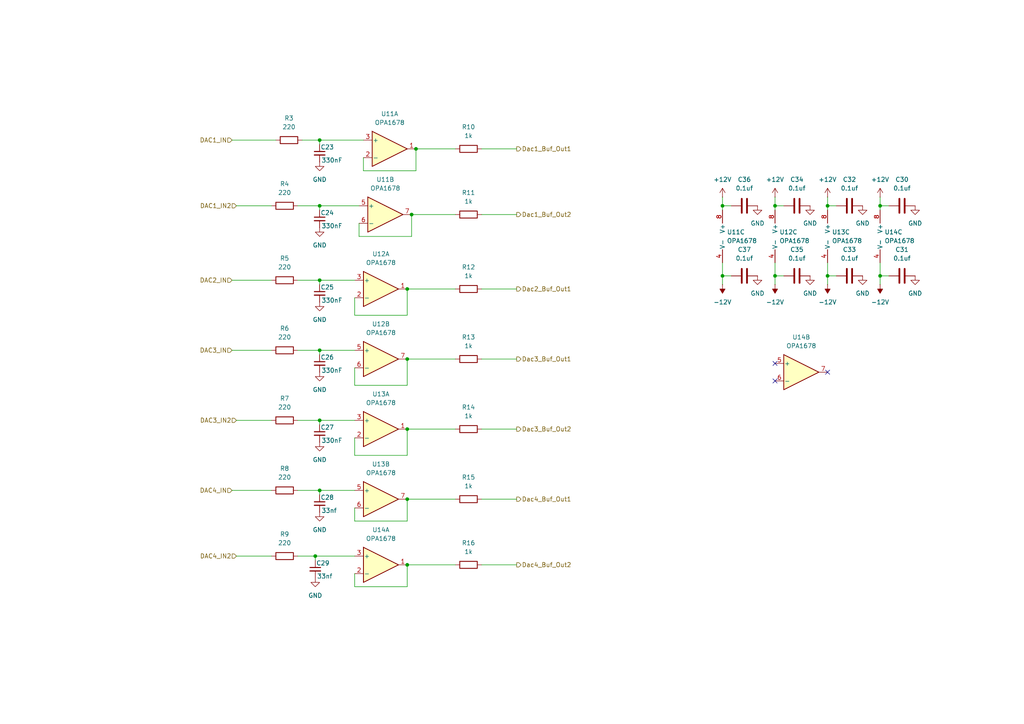
<source format=kicad_sch>
(kicad_sch (version 20250114) (generator "eeschema") (generator_version "9.0")
  (paper "A4")
  (lib_symbols
    (symbol "Amplifier_Operational:OPA1678" (pin_names (offset 0.127))
      (property "Reference" "U" (at 0 5.08 0))
      (property "Value" "OPA1678" (at 0 -5.08 0))
      (symbol "OPA1678_1_1"
        (polyline (pts (xy -5.08 5.08) (xy 5.08 0) (xy -5.08 -5.08) (xy -5.08 5.08)) (stroke (width 0.254)) (fill (type background)))
        (pin input line (at -7.62 2.54 0) (length 2.54) (name "+") (number "3"))
        (pin input line (at -7.62 -2.54 0) (length 2.54) (name "-") (number "2"))
        (pin output line (at 7.62 0 180) (length 2.54) (name "~") (number "1"))
      )
      (symbol "OPA1678_2_1"
        (polyline (pts (xy -5.08 5.08) (xy 5.08 0) (xy -5.08 -5.08) (xy -5.08 5.08)) (stroke (width 0.254)) (fill (type background)))
        (pin input line (at -7.62 2.54 0) (length 2.54) (name "+") (number "5"))
        (pin input line (at -7.62 -2.54 0) (length 2.54) (name "-") (number "6"))
        (pin output line (at 7.62 0 180) (length 2.54) (name "~") (number "7"))
      )
      (symbol "OPA1678_3_1"
        (pin power_in line (at -2.54 7.62 270) (length 3.81) (name "V+") (number "8"))
        (pin power_in line (at -2.54 -7.62 90) (length 3.81) (name "V-") (number "4"))
      )
    )
    (symbol "Device:C" (pin_numbers (hide yes)) (pin_names (offset 0.254))
      (property "Reference" "C" (at 0.635 2.54 0))
      (property "Value" "C" (at 0.635 -2.54 0))
      (symbol "C_0_1"
        (polyline (pts (xy -2.032 0.762) (xy 2.032 0.762)) (stroke (width 0.508)))
        (polyline (pts (xy -2.032 -0.762) (xy 2.032 -0.762)) (stroke (width 0.508)))
      )
      (symbol "C_1_1"
        (pin passive line (at 0 3.81 270) (length 2.794) (name "~") (number "1"))
        (pin passive line (at 0 -3.81 90) (length 2.794) (name "~") (number "2"))
      )
    )
    (symbol "Device:C_Small" (pin_numbers (hide yes)) (pin_names (offset 0.254) (hide yes))
      (property "Reference" "C" (at 0.254 1.778 0))
      (property "Value" "C_Small" (at 0.254 -2.032 0))
      (symbol "C_Small_0_1"
        (polyline (pts (xy -1.524 0.508) (xy 1.524 0.508)) (stroke (width 0.3048)))
        (polyline (pts (xy -1.524 -0.508) (xy 1.524 -0.508)) (stroke (width 0.3302)))
      )
      (symbol "C_Small_1_1"
        (pin passive line (at 0 2.54 270) (length 2.032) (name "~") (number "1"))
        (pin passive line (at 0 -2.54 90) (length 2.032) (name "~") (number "2"))
      )
    )
    (symbol "Device:R" (pin_numbers (hide yes)) (pin_names (offset 0))
      (property "Reference" "R" (at 2.032 0 90))
      (property "Value" "R" (at 0 0 90))
      (symbol "R_0_1"
        (rectangle (start -1.016 -2.54) (end 1.016 2.54) (stroke (width 0.254)))
      )
      (symbol "R_1_1"
        (pin passive line (at 0 3.81 270) (length 1.27) (name "~") (number "1"))
        (pin passive line (at 0 -3.81 90) (length 1.27) (name "~") (number "2"))
      )
    )
    (symbol "power:+12V" (power) (pin_numbers (hide yes)) (pin_names (offset 0) (hide yes))
      (property "Value" "+12V" (at 0 3.556 0))
      (symbol "+12V_0_1"
        (polyline (pts (xy -0.762 1.27) (xy 0 2.54)))
        (polyline (pts (xy 0 2.54) (xy 0.762 1.27)))
        (polyline (pts (xy 0 0) (xy 0 2.54)))
      )
      (symbol "+12V_1_1"
        (pin power_in line (at 0 0 90) (length 0) (name "~") (number "1"))
      )
    )
    (symbol "power:-12V" (power) (pin_numbers (hide yes)) (pin_names (offset 0) (hide yes))
      (property "Value" "-12V" (at 0 3.556 0))
      (symbol "-12V_0_0"
        (pin power_in line (at 0 0 90) (length 0) (name "~") (number "1"))
      )
      (symbol "-12V_0_1"
        (polyline (pts (xy 0 0) (xy 0 1.27) (xy 0.762 1.27) (xy 0 2.54) (xy -0.762 1.27) (xy 0 1.27)) (fill (type outline)))
      )
    )
    (symbol "power:GND" (power) (pin_numbers (hide yes)) (pin_names (offset 0) (hide yes))
      (property "Value" "GND" (at 0 -3.81 0))
      (symbol "GND_0_1"
        (polyline (pts (xy 0 0) (xy 0 -1.27) (xy 1.27 -1.27) (xy 0 -2.54) (xy -1.27 -1.27) (xy 0 -1.27)))
      )
      (symbol "GND_1_1"
        (pin power_in line (at 0 0 270) (length 0) (name "~") (number "1"))
      )
    )
  )
  (junction (at 120.65 43.18))
  (junction (at 119.38 62.23))
  (junction (at 224.79 59.69))
  (junction (at 240.03 80.01))
  (junction (at 118.11 163.83))
  (junction (at 240.03 59.69))
  (junction (at 224.79 80.01))
  (junction (at 92.71 142.24))
  (junction (at 91.44 161.29))
  (junction (at 118.11 83.82))
  (junction (at 209.55 59.69))
  (junction (at 92.71 81.28))
  (junction (at 118.11 124.46))
  (junction (at 92.71 40.64))
  (junction (at 209.55 80.01))
  (junction (at 92.71 121.92))
  (junction (at 255.27 80.01))
  (junction (at 92.71 59.69))
  (junction (at 92.71 101.6))
  (junction (at 255.27 59.69))
  (junction (at 118.11 104.14))
  (junction (at 118.11 144.78))
  (no_connect (at 224.79 110.49))
  (no_connect (at 240.03 107.95))
  (no_connect (at 224.79 105.41))
  (wire (pts (xy 149.86 62.23) (xy 139.7 62.23)))
  (wire (pts (xy 118.11 83.82) (xy 118.11 91.44)))
  (wire (pts (xy 227.33 80.01) (xy 224.79 80.01)))
  (wire (pts (xy 92.71 41.91) (xy 92.71 40.64)))
  (wire (pts (xy 105.41 45.72) (xy 105.41 49.53)))
  (wire (pts (xy 102.87 132.08) (xy 118.11 132.08)))
  (wire (pts (xy 102.87 166.37) (xy 102.87 170.18)))
  (wire (pts (xy 118.11 163.83) (xy 118.11 170.18)))
  (wire (pts (xy 240.03 57.15) (xy 240.03 59.69)))
  (wire (pts (xy 102.87 86.36) (xy 102.87 91.44)))
  (wire (pts (xy 209.55 59.69) (xy 209.55 60.96)))
  (wire (pts (xy 149.86 144.78) (xy 139.7 144.78)))
  (wire (pts (xy 102.87 147.32) (xy 102.87 151.13)))
  (wire (pts (xy 92.71 81.28) (xy 102.87 81.28)))
  (wire (pts (xy 91.44 161.29) (xy 91.44 162.56)))
  (wire (pts (xy 86.36 121.92) (xy 92.71 121.92)))
  (wire (pts (xy 255.27 80.01) (xy 255.27 82.55)))
  (wire (pts (xy 118.11 104.14) (xy 132.08 104.14)))
  (wire (pts (xy 92.71 81.28) (xy 92.71 82.55)))
  (wire (pts (xy 102.87 170.18) (xy 118.11 170.18)))
  (wire (pts (xy 68.58 59.69) (xy 78.74 59.69)))
  (wire (pts (xy 224.79 80.01) (xy 224.79 82.55)))
  (wire (pts (xy 209.55 80.01) (xy 212.09 80.01)))
  (wire (pts (xy 102.87 151.13) (xy 118.11 151.13)))
  (wire (pts (xy 92.71 101.6) (xy 102.87 101.6)))
  (wire (pts (xy 118.11 104.14) (xy 118.11 111.76)))
  (wire (pts (xy 86.36 81.28) (xy 92.71 81.28)))
  (wire (pts (xy 119.38 62.23) (xy 132.08 62.23)))
  (wire (pts (xy 92.71 101.6) (xy 92.71 102.87)))
  (wire (pts (xy 257.81 59.69) (xy 255.27 59.69)))
  (wire (pts (xy 119.38 62.23) (xy 119.38 68.58)))
  (wire (pts (xy 102.87 106.68) (xy 102.87 111.76)))
  (wire (pts (xy 105.41 49.53) (xy 120.65 49.53)))
  (wire (pts (xy 67.31 101.6) (xy 78.74 101.6)))
  (wire (pts (xy 255.27 59.69) (xy 255.27 60.96)))
  (wire (pts (xy 209.55 57.15) (xy 209.55 59.69)))
  (wire (pts (xy 255.27 80.01) (xy 257.81 80.01)))
  (wire (pts (xy 240.03 59.69) (xy 240.03 60.96)))
  (wire (pts (xy 224.79 59.69) (xy 227.33 59.69)))
  (wire (pts (xy 118.11 124.46) (xy 118.11 132.08)))
  (wire (pts (xy 86.36 161.29) (xy 91.44 161.29)))
  (wire (pts (xy 120.65 43.18) (xy 132.08 43.18)))
  (wire (pts (xy 149.86 163.83) (xy 139.7 163.83)))
  (wire (pts (xy 92.71 59.69) (xy 104.14 59.69)))
  (wire (pts (xy 149.86 104.14) (xy 139.7 104.14)))
  (wire (pts (xy 120.65 49.53) (xy 120.65 43.18)))
  (wire (pts (xy 224.79 57.15) (xy 224.79 59.69)))
  (wire (pts (xy 86.36 142.24) (xy 92.71 142.24)))
  (wire (pts (xy 242.57 59.69) (xy 240.03 59.69)))
  (wire (pts (xy 240.03 80.01) (xy 242.57 80.01)))
  (wire (pts (xy 87.63 40.64) (xy 92.71 40.64)))
  (wire (pts (xy 92.71 142.24) (xy 102.87 142.24)))
  (wire (pts (xy 255.27 57.15) (xy 255.27 59.69)))
  (wire (pts (xy 224.79 59.69) (xy 224.79 60.96)))
  (wire (pts (xy 86.36 59.69) (xy 92.71 59.69)))
  (wire (pts (xy 67.31 142.24) (xy 78.74 142.24)))
  (wire (pts (xy 104.14 64.77) (xy 104.14 68.58)))
  (wire (pts (xy 224.79 76.2) (xy 224.79 80.01)))
  (wire (pts (xy 92.71 121.92) (xy 102.87 121.92)))
  (wire (pts (xy 102.87 127) (xy 102.87 132.08)))
  (wire (pts (xy 67.31 40.64) (xy 80.01 40.64)))
  (wire (pts (xy 209.55 76.2) (xy 209.55 80.01)))
  (wire (pts (xy 118.11 144.78) (xy 132.08 144.78)))
  (wire (pts (xy 118.11 124.46) (xy 132.08 124.46)))
  (wire (pts (xy 102.87 111.76) (xy 118.11 111.76)))
  (wire (pts (xy 209.55 80.01) (xy 209.55 82.55)))
  (wire (pts (xy 92.71 142.24) (xy 92.71 143.51)))
  (wire (pts (xy 118.11 83.82) (xy 132.08 83.82)))
  (wire (pts (xy 149.86 124.46) (xy 139.7 124.46)))
  (wire (pts (xy 149.86 43.18) (xy 139.7 43.18)))
  (wire (pts (xy 68.58 161.29) (xy 78.74 161.29)))
  (wire (pts (xy 255.27 76.2) (xy 255.27 80.01)))
  (wire (pts (xy 67.31 81.28) (xy 78.74 81.28)))
  (wire (pts (xy 86.36 101.6) (xy 92.71 101.6)))
  (wire (pts (xy 68.58 121.92) (xy 78.74 121.92)))
  (wire (pts (xy 92.71 40.64) (xy 105.41 40.64)))
  (wire (pts (xy 104.14 68.58) (xy 119.38 68.58)))
  (wire (pts (xy 209.55 59.69) (xy 212.09 59.69)))
  (wire (pts (xy 92.71 59.69) (xy 92.71 60.96)))
  (wire (pts (xy 91.44 161.29) (xy 102.87 161.29)))
  (wire (pts (xy 118.11 144.78) (xy 118.11 151.13)))
  (wire (pts (xy 118.11 163.83) (xy 132.08 163.83)))
  (wire (pts (xy 102.87 91.44) (xy 118.11 91.44)))
  (wire (pts (xy 92.71 121.92) (xy 92.71 123.19)))
  (wire (pts (xy 240.03 80.01) (xy 240.03 82.55)))
  (wire (pts (xy 149.86 83.82) (xy 139.7 83.82)))
  (wire (pts (xy 240.03 76.2) (xy 240.03 80.01)))
  (hierarchical_label "DAC2_IN" (shape input) (at 67.31 81.28 180))
  (hierarchical_label "Dac4_Buf_Out1" (shape output) (at 149.86 144.78 0))
  (hierarchical_label "DAC3_IN" (shape input) (at 67.31 101.6 180))
  (hierarchical_label "DAC4_IN2" (shape input) (at 68.58 161.29 180))
  (hierarchical_label "Dac3_Buf_Out1" (shape output) (at 149.86 104.14 0))
  (hierarchical_label "Dac1_Buf_Out1" (shape output) (at 149.86 43.18 0))
  (hierarchical_label "DAC3_IN2" (shape input) (at 68.58 121.92 180))
  (hierarchical_label "DAC4_IN" (shape input) (at 67.31 142.24 180))
  (hierarchical_label "DAC1_IN" (shape input) (at 67.31 40.64 180))
  (hierarchical_label "Dac1_Buf_Out2" (shape output) (at 149.86 62.23 0))
  (hierarchical_label "Dac3_Buf_Out2" (shape output) (at 149.86 124.46 0))
  (hierarchical_label "Dac4_Buf_Out2" (shape output) (at 149.86 163.83 0))
  (hierarchical_label "DAC1_IN2" (shape input) (at 68.58 59.69 180))
  (hierarchical_label "Dac2_Buf_Out1" (shape output) (at 149.86 83.82 0))
  (symbol (lib_id "Device:C") (at 246.38 80.01 90) (unit 1)
    (property "Reference" "C33" (at 246.38 72.39 90))
    (property "Value" "0.1uf" (at 246.38 74.93 90))
    (property "Footprint" "Capacitor_SMD:C_0603_1608Metric" (effects (hide yes)))
    (property "Description" "Unpolarized capacitor" (effects (hide yes)))
  )
  (symbol (lib_id "Device:C_Small") (at 92.71 105.41 0) (unit 1)
    (property "Reference" "C26" (at 92.964 103.632 0) (effects (justify left)))
    (property "Value" "330nF" (at 93.218 107.442 0) (effects (justify left)))
    (property "Footprint" "Capacitor_SMD:C_0603_1608Metric" (effects (hide yes)))
    (property "Description" "Unpolarized capacitor, small symbol" (effects (hide yes)))
  )
  (symbol (lib_id "power:GND") (at 91.44 167.64 0) (unit 1)
    (property "Reference" "#PWR055" (effects (hide yes)))
    (property "Value" "GND" (at 91.44 172.72 0))
    (property "Description" "Power symbol creates a global label with name \"GND\" , ground" (effects (hide yes)))
  )
  (symbol (lib_id "power:-12V") (at 240.03 82.55 180) (unit 1)
    (property "Reference" "#PWR063" (effects (hide yes)))
    (property "Value" "-12V" (at 240.03 87.63 0))
    (property "Description" "Power symbol creates a global label with name \"-12V\"" (effects (hide yes)))
  )
  (symbol (lib_id "Device:C_Small") (at 92.71 85.09 0) (unit 1)
    (property "Reference" "C25" (at 92.964 83.312 0) (effects (justify left)))
    (property "Value" "330nF" (at 93.218 87.122 0) (effects (justify left)))
    (property "Footprint" "Capacitor_SMD:C_0603_1608Metric" (effects (hide yes)))
    (property "Description" "Unpolarized capacitor, small symbol" (effects (hide yes)))
  )
  (symbol (lib_id "Amplifier_Operational:OPA1678") (at 227.33 68.58 0) (unit 3)
    (property "Reference" "U12" (at 226.06 67.3099 0) (effects (justify left)))
    (property "Value" "OPA1678" (at 226.06 69.8499 0) (effects (justify left)))
    (property "Footprint" "Package_SO:SOIC-8_3.9x4.9mm_P1.27mm" (effects (hide yes)))
    (property "Datasheet" "http://www.ti.com/lit/ds/symlink/opa1678.pdf" (effects (hide yes)))
    (property "Description" "Low-Distortion Audio Operational Amplifiers, SOIC-8/VSSOP-8" (effects (hide yes)))
  )
  (symbol (lib_id "power:GND") (at 92.71 148.59 0) (unit 1)
    (property "Reference" "#PWR054" (effects (hide yes)))
    (property "Value" "GND" (at 92.71 153.67 0))
    (property "Description" "Power symbol creates a global label with name \"GND\" , ground" (effects (hide yes)))
  )
  (symbol (lib_id "Device:C") (at 215.9 59.69 90) (unit 1)
    (property "Reference" "C36" (at 215.9 52.07 90))
    (property "Value" "0.1uf" (at 215.9 54.61 90))
    (property "Footprint" "Capacitor_SMD:C_0603_1608Metric" (effects (hide yes)))
    (property "Description" "Unpolarized capacitor" (effects (hide yes)))
  )
  (symbol (lib_id "power:GND") (at 92.71 87.63 0) (unit 1)
    (property "Reference" "#PWR051" (effects (hide yes)))
    (property "Value" "GND" (at 92.71 92.71 0))
    (property "Description" "Power symbol creates a global label with name \"GND\" , ground" (effects (hide yes)))
  )
  (symbol (lib_id "Device:C") (at 261.62 80.01 90) (unit 1)
    (property "Reference" "C31" (at 261.62 72.39 90))
    (property "Value" "0.1uf" (at 261.62 74.93 90))
    (property "Footprint" "Capacitor_SMD:C_0603_1608Metric" (effects (hide yes)))
    (property "Description" "Unpolarized capacitor" (effects (hide yes)))
  )
  (symbol (lib_id "Device:R") (at 82.55 59.69 90) (unit 1)
    (property "Reference" "R4" (at 82.55 53.34 90))
    (property "Value" "220" (at 82.55 55.88 90))
    (property "Footprint" "Resistor_SMD:R_0603_1608Metric" (effects (hide yes)))
    (property "Description" "Resistor" (effects (hide yes)))
  )
  (symbol (lib_id "power:GND") (at 234.95 80.01 0) (unit 1)
    (property "Reference" "#PWR066" (effects (hide yes)))
    (property "Value" "GND" (at 234.95 85.09 0))
    (property "Description" "Power symbol creates a global label with name \"GND\" , ground" (effects (hide yes)))
  )
  (symbol (lib_id "power:-12V") (at 224.79 82.55 180) (unit 1)
    (property "Reference" "#PWR067" (effects (hide yes)))
    (property "Value" "-12V" (at 224.79 87.63 0))
    (property "Description" "Power symbol creates a global label with name \"-12V\"" (effects (hide yes)))
  )
  (symbol (lib_id "Device:C") (at 261.62 59.69 90) (unit 1)
    (property "Reference" "C30" (at 261.62 52.07 90))
    (property "Value" "0.1uf" (at 261.62 54.61 90))
    (property "Footprint" "Capacitor_SMD:C_0603_1608Metric" (effects (hide yes)))
    (property "Description" "Unpolarized capacitor" (effects (hide yes)))
  )
  (symbol (lib_id "Device:C_Small") (at 92.71 44.45 0) (unit 1)
    (property "Reference" "C23" (at 92.964 42.672 0) (effects (justify left)))
    (property "Value" "330nF" (at 93.218 46.482 0) (effects (justify left)))
    (property "Footprint" "Capacitor_SMD:C_0603_1608Metric" (effects (hide yes)))
    (property "Description" "Unpolarized capacitor, small symbol" (effects (hide yes)))
  )
  (symbol (lib_id "power:GND") (at 92.71 66.04 0) (unit 1)
    (property "Reference" "#PWR050" (effects (hide yes)))
    (property "Value" "GND" (at 92.71 71.12 0))
    (property "Description" "Power symbol creates a global label with name \"GND\" , ground" (effects (hide yes)))
  )
  (symbol (lib_id "Device:R") (at 135.89 163.83 90) (unit 1)
    (property "Reference" "R16" (at 135.89 157.48 90))
    (property "Value" "1k" (at 135.89 160.02 90))
    (property "Footprint" "Resistor_SMD:R_0603_1608Metric" (effects (hide yes)))
    (property "Description" "Resistor" (effects (hide yes)))
  )
  (symbol (lib_id "power:GND") (at 219.71 59.69 0) (unit 1)
    (property "Reference" "#PWR069" (effects (hide yes)))
    (property "Value" "GND" (at 219.71 64.77 0))
    (property "Description" "Power symbol creates a global label with name \"GND\" , ground" (effects (hide yes)))
  )
  (symbol (lib_id "Amplifier_Operational:OPA1678") (at 110.49 104.14 0) (unit 2)
    (property "Reference" "U12" (at 110.49 93.98 0))
    (property "Value" "OPA1678" (at 110.49 96.52 0))
    (property "Footprint" "Package_SO:SOIC-8_3.9x4.9mm_P1.27mm" (effects (hide yes)))
    (property "Datasheet" "http://www.ti.com/lit/ds/symlink/opa1678.pdf" (effects (hide yes)))
    (property "Description" "Low-Distortion Audio Operational Amplifiers, SOIC-8/VSSOP-8" (effects (hide yes)))
  )
  (symbol (lib_id "Device:C") (at 231.14 59.69 90) (unit 1)
    (property "Reference" "C34" (at 231.14 52.07 90))
    (property "Value" "0.1uf" (at 231.14 54.61 90))
    (property "Footprint" "Capacitor_SMD:C_0603_1608Metric" (effects (hide yes)))
    (property "Description" "Unpolarized capacitor" (effects (hide yes)))
  )
  (symbol (lib_id "Device:C") (at 231.14 80.01 90) (unit 1)
    (property "Reference" "C35" (at 231.14 72.39 90))
    (property "Value" "0.1uf" (at 231.14 74.93 90))
    (property "Footprint" "Capacitor_SMD:C_0603_1608Metric" (effects (hide yes)))
    (property "Description" "Unpolarized capacitor" (effects (hide yes)))
  )
  (symbol (lib_id "Device:R") (at 83.82 40.64 90) (unit 1)
    (property "Reference" "R3" (at 83.82 34.29 90))
    (property "Value" "220" (at 83.82 36.83 90))
    (property "Footprint" "Resistor_SMD:R_0603_1608Metric" (effects (hide yes)))
    (property "Description" "Resistor" (effects (hide yes)))
  )
  (symbol (lib_id "power:GND") (at 265.43 59.69 0) (unit 1)
    (property "Reference" "#PWR059" (effects (hide yes)))
    (property "Value" "GND" (at 265.43 64.77 0))
    (property "Description" "Power symbol creates a global label with name \"GND\" , ground" (effects (hide yes)))
  )
  (symbol (lib_id "power:+12V") (at 240.03 57.15 0) (unit 1)
    (property "Reference" "#PWR060" (effects (hide yes)))
    (property "Value" "+12V" (at 240.03 52.07 0))
    (property "Description" "Power symbol creates a global label with name \"+12V\"" (effects (hide yes)))
  )
  (symbol (lib_id "Amplifier_Operational:OPA1678") (at 113.03 43.18 0) (unit 1)
    (property "Reference" "U11" (at 113.03 33.02 0))
    (property "Value" "OPA1678" (at 113.03 35.56 0))
    (property "Footprint" "Package_SO:SOIC-8_3.9x4.9mm_P1.27mm" (effects (hide yes)))
    (property "Datasheet" "http://www.ti.com/lit/ds/symlink/opa1678.pdf" (effects (hide yes)))
    (property "Description" "Low-Distortion Audio Operational Amplifiers, SOIC-8/VSSOP-8" (effects (hide yes)))
  )
  (symbol (lib_id "power:-12V") (at 209.55 82.55 180) (unit 1)
    (property "Reference" "#PWR071" (effects (hide yes)))
    (property "Value" "-12V" (at 209.55 87.63 0))
    (property "Description" "Power symbol creates a global label with name \"-12V\"" (effects (hide yes)))
  )
  (symbol (lib_id "Amplifier_Operational:OPA1678") (at 257.81 68.58 0) (unit 3)
    (property "Reference" "U14" (at 256.54 67.3099 0) (effects (justify left)))
    (property "Value" "OPA1678" (at 256.54 69.8499 0) (effects (justify left)))
    (property "Footprint" "Package_SO:SOIC-8_3.9x4.9mm_P1.27mm" (effects (hide yes)))
    (property "Datasheet" "http://www.ti.com/lit/ds/symlink/opa1678.pdf" (effects (hide yes)))
    (property "Description" "Low-Distortion Audio Operational Amplifiers, SOIC-8/VSSOP-8" (effects (hide yes)))
  )
  (symbol (lib_id "power:GND") (at 219.71 80.01 0) (unit 1)
    (property "Reference" "#PWR070" (effects (hide yes)))
    (property "Value" "GND" (at 219.71 85.09 0))
    (property "Description" "Power symbol creates a global label with name \"GND\" , ground" (effects (hide yes)))
  )
  (symbol (lib_id "power:GND") (at 92.71 107.95 0) (unit 1)
    (property "Reference" "#PWR052" (effects (hide yes)))
    (property "Value" "GND" (at 92.71 113.03 0))
    (property "Description" "Power symbol creates a global label with name \"GND\" , ground" (effects (hide yes)))
  )
  (symbol (lib_id "Amplifier_Operational:OPA1678") (at 110.49 163.83 0) (unit 1)
    (property "Reference" "U14" (at 110.49 153.67 0))
    (property "Value" "OPA1678" (at 110.49 156.21 0))
    (property "Footprint" "Package_SO:SOIC-8_3.9x4.9mm_P1.27mm" (effects (hide yes)))
    (property "Datasheet" "http://www.ti.com/lit/ds/symlink/opa1678.pdf" (effects (hide yes)))
    (property "Description" "Low-Distortion Audio Operational Amplifiers, SOIC-8/VSSOP-8" (effects (hide yes)))
  )
  (symbol (lib_id "power:-12V") (at 255.27 82.55 180) (unit 1)
    (property "Reference" "#PWR057" (effects (hide yes)))
    (property "Value" "-12V" (at 255.27 87.63 0))
    (property "Description" "Power symbol creates a global label with name \"-12V\"" (effects (hide yes)))
  )
  (symbol (lib_id "Device:C_Small") (at 92.71 146.05 0) (unit 1)
    (property "Reference" "C28" (at 92.964 144.272 0) (effects (justify left)))
    (property "Value" "33nf" (at 93.218 148.082 0) (effects (justify left)))
    (property "Footprint" "Capacitor_SMD:C_0603_1608Metric" (effects (hide yes)))
    (property "Description" "Unpolarized capacitor, small symbol" (effects (hide yes)))
  )
  (symbol (lib_id "power:GND") (at 234.95 59.69 0) (unit 1)
    (property "Reference" "#PWR065" (effects (hide yes)))
    (property "Value" "GND" (at 234.95 64.77 0))
    (property "Description" "Power symbol creates a global label with name \"GND\" , ground" (effects (hide yes)))
  )
  (symbol (lib_id "Device:R") (at 135.89 83.82 90) (unit 1)
    (property "Reference" "R12" (at 135.89 77.47 90))
    (property "Value" "1k" (at 135.89 80.01 90))
    (property "Footprint" "Resistor_SMD:R_0603_1608Metric" (effects (hide yes)))
    (property "Description" "Resistor" (effects (hide yes)))
  )
  (symbol (lib_id "power:+12V") (at 255.27 57.15 0) (unit 1)
    (property "Reference" "#PWR056" (effects (hide yes)))
    (property "Value" "+12V" (at 255.27 52.07 0))
    (property "Description" "Power symbol creates a global label with name \"+12V\"" (effects (hide yes)))
  )
  (symbol (lib_id "power:GND") (at 250.19 80.01 0) (unit 1)
    (property "Reference" "#PWR062" (effects (hide yes)))
    (property "Value" "GND" (at 250.19 85.09 0))
    (property "Description" "Power symbol creates a global label with name \"GND\" , ground" (effects (hide yes)))
  )
  (symbol (lib_id "Amplifier_Operational:OPA1678") (at 212.09 68.58 0) (unit 3)
    (property "Reference" "U11" (at 210.82 67.3099 0) (effects (justify left)))
    (property "Value" "OPA1678" (at 210.82 69.8499 0) (effects (justify left)))
    (property "Footprint" "Package_SO:SOIC-8_3.9x4.9mm_P1.27mm" (effects (hide yes)))
    (property "Datasheet" "http://www.ti.com/lit/ds/symlink/opa1678.pdf" (effects (hide yes)))
    (property "Description" "Low-Distortion Audio Operational Amplifiers, SOIC-8/VSSOP-8" (effects (hide yes)))
  )
  (symbol (lib_id "Amplifier_Operational:OPA1678") (at 232.41 107.95 0) (unit 2)
    (property "Reference" "U14" (at 232.41 97.79 0))
    (property "Value" "OPA1678" (at 232.41 100.33 0))
    (property "Footprint" "Package_SO:SOIC-8_3.9x4.9mm_P1.27mm" (effects (hide yes)))
    (property "Datasheet" "http://www.ti.com/lit/ds/symlink/opa1678.pdf" (effects (hide yes)))
    (property "Description" "Low-Distortion Audio Operational Amplifiers, SOIC-8/VSSOP-8" (effects (hide yes)))
  )
  (symbol (lib_id "power:GND") (at 250.19 59.69 0) (unit 1)
    (property "Reference" "#PWR061" (effects (hide yes)))
    (property "Value" "GND" (at 250.19 64.77 0))
    (property "Description" "Power symbol creates a global label with name \"GND\" , ground" (effects (hide yes)))
  )
  (symbol (lib_id "Device:R") (at 82.55 161.29 90) (unit 1)
    (property "Reference" "R9" (at 82.55 154.94 90))
    (property "Value" "220" (at 82.55 157.48 90))
    (property "Footprint" "Resistor_SMD:R_0603_1608Metric" (effects (hide yes)))
    (property "Description" "Resistor" (effects (hide yes)))
  )
  (symbol (lib_id "Amplifier_Operational:OPA1678") (at 242.57 68.58 0) (unit 3)
    (property "Reference" "U13" (at 241.3 67.3099 0) (effects (justify left)))
    (property "Value" "OPA1678" (at 241.3 69.8499 0) (effects (justify left)))
    (property "Footprint" "Package_SO:SOIC-8_3.9x4.9mm_P1.27mm" (effects (hide yes)))
    (property "Datasheet" "http://www.ti.com/lit/ds/symlink/opa1678.pdf" (effects (hide yes)))
    (property "Description" "Low-Distortion Audio Operational Amplifiers, SOIC-8/VSSOP-8" (effects (hide yes)))
  )
  (symbol (lib_id "Device:R") (at 135.89 43.18 90) (unit 1)
    (property "Reference" "R10" (at 135.89 36.83 90))
    (property "Value" "1k" (at 135.89 39.37 90))
    (property "Footprint" "Resistor_SMD:R_0603_1608Metric" (effects (hide yes)))
    (property "Description" "Resistor" (effects (hide yes)))
  )
  (symbol (lib_id "Device:R") (at 135.89 104.14 90) (unit 1)
    (property "Reference" "R13" (at 135.89 97.79 90))
    (property "Value" "1k" (at 135.89 100.33 90))
    (property "Footprint" "Resistor_SMD:R_0603_1608Metric" (effects (hide yes)))
    (property "Description" "Resistor" (effects (hide yes)))
  )
  (symbol (lib_id "power:+12V") (at 224.79 57.15 0) (unit 1)
    (property "Reference" "#PWR064" (effects (hide yes)))
    (property "Value" "+12V" (at 224.79 52.07 0))
    (property "Description" "Power symbol creates a global label with name \"+12V\"" (effects (hide yes)))
  )
  (symbol (lib_id "Amplifier_Operational:OPA1678") (at 111.76 62.23 0) (unit 2)
    (property "Reference" "U11" (at 111.76 52.07 0))
    (property "Value" "OPA1678" (at 111.76 54.61 0))
    (property "Footprint" "Package_SO:SOIC-8_3.9x4.9mm_P1.27mm" (effects (hide yes)))
    (property "Datasheet" "http://www.ti.com/lit/ds/symlink/opa1678.pdf" (effects (hide yes)))
    (property "Description" "Low-Distortion Audio Operational Amplifiers, SOIC-8/VSSOP-8" (effects (hide yes)))
  )
  (symbol (lib_id "Device:C_Small") (at 92.71 125.73 0) (unit 1)
    (property "Reference" "C27" (at 92.964 123.952 0) (effects (justify left)))
    (property "Value" "330nF" (at 93.218 127.762 0) (effects (justify left)))
    (property "Footprint" "Capacitor_SMD:C_0603_1608Metric" (effects (hide yes)))
    (property "Description" "Unpolarized capacitor, small symbol" (effects (hide yes)))
  )
  (symbol (lib_id "Device:R") (at 135.89 62.23 90) (unit 1)
    (property "Reference" "R11" (at 135.89 55.88 90))
    (property "Value" "1k" (at 135.89 58.42 90))
    (property "Footprint" "Resistor_SMD:R_0603_1608Metric" (effects (hide yes)))
    (property "Description" "Resistor" (effects (hide yes)))
  )
  (symbol (lib_id "Amplifier_Operational:OPA1678") (at 110.49 83.82 0) (unit 1)
    (property "Reference" "U12" (at 110.49 73.66 0))
    (property "Value" "OPA1678" (at 110.49 76.2 0))
    (property "Footprint" "Package_SO:SOIC-8_3.9x4.9mm_P1.27mm" (effects (hide yes)))
    (property "Datasheet" "http://www.ti.com/lit/ds/symlink/opa1678.pdf" (effects (hide yes)))
    (property "Description" "Low-Distortion Audio Operational Amplifiers, SOIC-8/VSSOP-8" (effects (hide yes)))
  )
  (symbol (lib_id "Amplifier_Operational:OPA1678") (at 110.49 124.46 0) (unit 1)
    (property "Reference" "U13" (at 110.49 114.3 0))
    (property "Value" "OPA1678" (at 110.49 116.84 0))
    (property "Footprint" "Package_SO:SOIC-8_3.9x4.9mm_P1.27mm" (effects (hide yes)))
    (property "Datasheet" "http://www.ti.com/lit/ds/symlink/opa1678.pdf" (effects (hide yes)))
    (property "Description" "Low-Distortion Audio Operational Amplifiers, SOIC-8/VSSOP-8" (effects (hide yes)))
  )
  (symbol (lib_id "power:GND") (at 92.71 128.27 0) (unit 1)
    (property "Reference" "#PWR053" (effects (hide yes)))
    (property "Value" "GND" (at 92.71 133.35 0))
    (property "Description" "Power symbol creates a global label with name \"GND\" , ground" (effects (hide yes)))
  )
  (symbol (lib_id "Device:R") (at 82.55 121.92 90) (unit 1)
    (property "Reference" "R7" (at 82.55 115.57 90))
    (property "Value" "220" (at 82.55 118.11 90))
    (property "Footprint" "Resistor_SMD:R_0603_1608Metric" (effects (hide yes)))
    (property "Description" "Resistor" (effects (hide yes)))
  )
  (symbol (lib_id "Device:C") (at 215.9 80.01 90) (unit 1)
    (property "Reference" "C37" (at 215.9 72.39 90))
    (property "Value" "0.1uf" (at 215.9 74.93 90))
    (property "Footprint" "Capacitor_SMD:C_0603_1608Metric" (effects (hide yes)))
    (property "Description" "Unpolarized capacitor" (effects (hide yes)))
  )
  (symbol (lib_id "Device:C") (at 246.38 59.69 90) (unit 1)
    (property "Reference" "C32" (at 246.38 52.07 90))
    (property "Value" "0.1uf" (at 246.38 54.61 90))
    (property "Footprint" "Capacitor_SMD:C_0603_1608Metric" (effects (hide yes)))
    (property "Description" "Unpolarized capacitor" (effects (hide yes)))
  )
  (symbol (lib_id "Device:R") (at 82.55 81.28 90) (unit 1)
    (property "Reference" "R5" (at 82.55 74.93 90))
    (property "Value" "220" (at 82.55 77.47 90))
    (property "Footprint" "Resistor_SMD:R_0603_1608Metric" (effects (hide yes)))
    (property "Description" "Resistor" (effects (hide yes)))
  )
  (symbol (lib_id "power:GND") (at 92.71 46.99 0) (unit 1)
    (property "Reference" "#PWR049" (effects (hide yes)))
    (property "Value" "GND" (at 92.71 52.07 0))
    (property "Description" "Power symbol creates a global label with name \"GND\" , ground" (effects (hide yes)))
  )
  (symbol (lib_id "power:GND") (at 265.43 80.01 0) (unit 1)
    (property "Reference" "#PWR058" (effects (hide yes)))
    (property "Value" "GND" (at 265.43 85.09 0))
    (property "Description" "Power symbol creates a global label with name \"GND\" , ground" (effects (hide yes)))
  )
  (symbol (lib_id "Device:R") (at 135.89 144.78 90) (unit 1)
    (property "Reference" "R15" (at 135.89 138.43 90))
    (property "Value" "1k" (at 135.89 140.97 90))
    (property "Footprint" "Resistor_SMD:R_0603_1608Metric" (effects (hide yes)))
    (property "Description" "Resistor" (effects (hide yes)))
  )
  (symbol (lib_id "Device:C_Small") (at 91.44 165.1 0) (unit 1)
    (property "Reference" "C29" (at 91.694 163.322 0) (effects (justify left)))
    (property "Value" "33nf" (at 91.948 167.132 0) (effects (justify left)))
    (property "Footprint" "Capacitor_SMD:C_0603_1608Metric" (effects (hide yes)))
    (property "Description" "Unpolarized capacitor, small symbol" (effects (hide yes)))
  )
  (symbol (lib_id "Device:R") (at 135.89 124.46 90) (unit 1)
    (property "Reference" "R14" (at 135.89 118.11 90))
    (property "Value" "1k" (at 135.89 120.65 90))
    (property "Footprint" "Resistor_SMD:R_0603_1608Metric" (effects (hide yes)))
    (property "Description" "Resistor" (effects (hide yes)))
  )
  (symbol (lib_id "Device:R") (at 82.55 101.6 90) (unit 1)
    (property "Reference" "R6" (at 82.55 95.25 90))
    (property "Value" "220" (at 82.55 97.79 90))
    (property "Footprint" "Resistor_SMD:R_0603_1608Metric" (effects (hide yes)))
    (property "Description" "Resistor" (effects (hide yes)))
  )
  (symbol (lib_id "Amplifier_Operational:OPA1678") (at 110.49 144.78 0) (unit 2)
    (property "Reference" "U13" (at 110.49 134.62 0))
    (property "Value" "OPA1678" (at 110.49 137.16 0))
    (property "Footprint" "Package_SO:SOIC-8_3.9x4.9mm_P1.27mm" (effects (hide yes)))
    (property "Datasheet" "http://www.ti.com/lit/ds/symlink/opa1678.pdf" (effects (hide yes)))
    (property "Description" "Low-Distortion Audio Operational Amplifiers, SOIC-8/VSSOP-8" (effects (hide yes)))
  )
  (symbol (lib_id "Device:C_Small") (at 92.71 63.5 0) (unit 1)
    (property "Reference" "C24" (at 92.964 61.722 0) (effects (justify left)))
    (property "Value" "330nF" (at 93.218 65.532 0) (effects (justify left)))
    (property "Footprint" "Capacitor_SMD:C_0603_1608Metric" (effects (hide yes)))
    (property "Description" "Unpolarized capacitor, small symbol" (effects (hide yes)))
  )
  (symbol (lib_id "Device:R") (at 82.55 142.24 90) (unit 1)
    (property "Reference" "R8" (at 82.55 135.89 90))
    (property "Value" "220" (at 82.55 138.43 90))
    (property "Footprint" "Resistor_SMD:R_0603_1608Metric" (effects (hide yes)))
    (property "Description" "Resistor" (effects (hide yes)))
  )
  (symbol (lib_id "power:+12V") (at 209.55 57.15 0) (unit 1)
    (property "Reference" "#PWR068" (effects (hide yes)))
    (property "Value" "+12V" (at 209.55 52.07 0))
    (property "Description" "Power symbol creates a global label with name \"+12V\"" (effects (hide yes)))
  )
)
</source>
